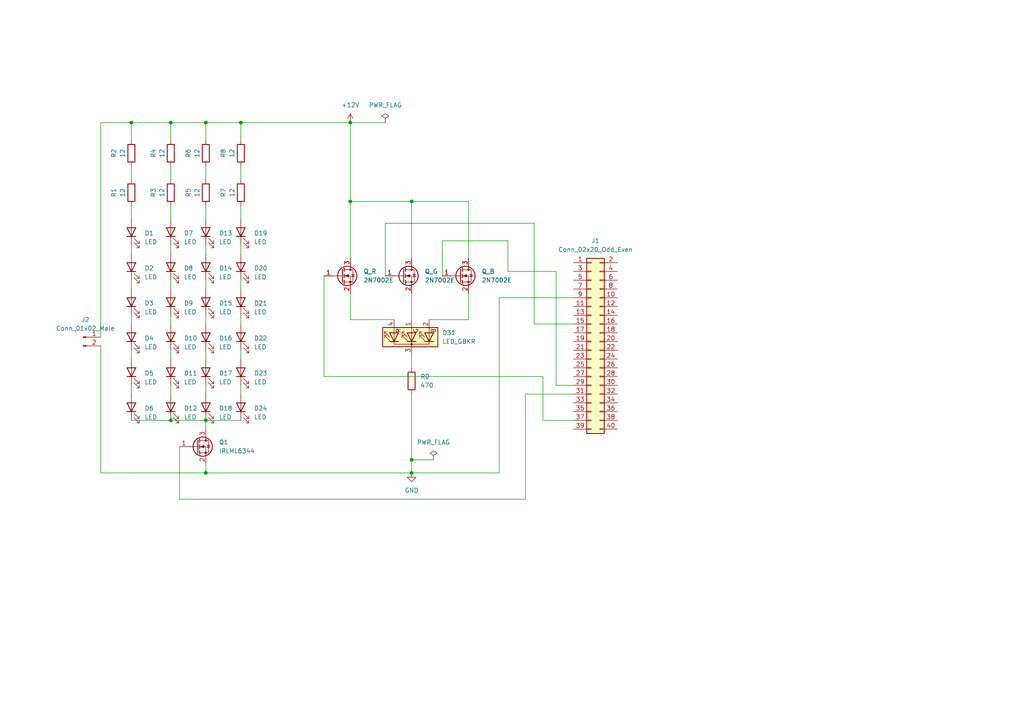
<source format=kicad_sch>
(kicad_sch (version 20211123) (generator eeschema)
  (paper "A4")
  (lib_symbols
    (symbol "Connector:Conn_01x02_Male" (pin_names (offset 1.016) hide)
      (property "Reference" "J" (at 0 2.54 0))
      (property "Value" "Conn_01x02_Male" (at 0 -5.08 0))
      (symbol "Conn_01x02_Male_1_1"
        (polyline (pts (xy 1.27 -2.54) (xy 0.8636 -2.54)) (stroke (width 0.1524)))
        (polyline (pts (xy 1.27 0) (xy 0.8636 0)) (stroke (width 0.1524)))
        (rectangle (start 0.8636 -2.413) (end 0 -2.667) (stroke (width 0.1524)) (fill (type outline)))
        (rectangle (start 0.8636 0.127) (end 0 -0.127) (stroke (width 0.1524)) (fill (type outline)))
        (pin passive line (at 5.08 0 180) (length 3.81) (name "Pin_1") (number "1"))
        (pin passive line (at 5.08 -2.54 180) (length 3.81) (name "Pin_2") (number "2"))
      )
    )
    (symbol "Connector_Generic:Conn_02x20_Odd_Even" (pin_names (offset 1.016) hide)
      (property "Reference" "J" (at 1.27 25.4 0))
      (property "Value" "Conn_02x20_Odd_Even" (at 1.27 -27.94 0))
      (symbol "Conn_02x20_Odd_Even_1_1"
        (rectangle (start -1.27 -25.273) (end 0 -25.527) (stroke (width 0.1524)))
        (rectangle (start -1.27 -22.733) (end 0 -22.987) (stroke (width 0.1524)))
        (rectangle (start -1.27 -20.193) (end 0 -20.447) (stroke (width 0.1524)))
        (rectangle (start -1.27 -17.653) (end 0 -17.907) (stroke (width 0.1524)))
        (rectangle (start -1.27 -15.113) (end 0 -15.367) (stroke (width 0.1524)))
        (rectangle (start -1.27 -12.573) (end 0 -12.827) (stroke (width 0.1524)))
        (rectangle (start -1.27 -10.033) (end 0 -10.287) (stroke (width 0.1524)))
        (rectangle (start -1.27 -7.493) (end 0 -7.747) (stroke (width 0.1524)))
        (rectangle (start -1.27 -4.953) (end 0 -5.207) (stroke (width 0.1524)))
        (rectangle (start -1.27 -2.413) (end 0 -2.667) (stroke (width 0.1524)))
        (rectangle (start -1.27 0.127) (end 0 -0.127) (stroke (width 0.1524)))
        (rectangle (start -1.27 2.667) (end 0 2.413) (stroke (width 0.1524)))
        (rectangle (start -1.27 5.207) (end 0 4.953) (stroke (width 0.1524)))
        (rectangle (start -1.27 7.747) (end 0 7.493) (stroke (width 0.1524)))
        (rectangle (start -1.27 10.287) (end 0 10.033) (stroke (width 0.1524)))
        (rectangle (start -1.27 12.827) (end 0 12.573) (stroke (width 0.1524)))
        (rectangle (start -1.27 15.367) (end 0 15.113) (stroke (width 0.1524)))
        (rectangle (start -1.27 17.907) (end 0 17.653) (stroke (width 0.1524)))
        (rectangle (start -1.27 20.447) (end 0 20.193) (stroke (width 0.1524)))
        (rectangle (start -1.27 22.987) (end 0 22.733) (stroke (width 0.1524)))
        (rectangle (start -1.27 24.13) (end 3.81 -26.67) (stroke (width 0.254)) (fill (type background)))
        (rectangle (start 3.81 -25.273) (end 2.54 -25.527) (stroke (width 0.1524)))
        (rectangle (start 3.81 -22.733) (end 2.54 -22.987) (stroke (width 0.1524)))
        (rectangle (start 3.81 -20.193) (end 2.54 -20.447) (stroke (width 0.1524)))
        (rectangle (start 3.81 -17.653) (end 2.54 -17.907) (stroke (width 0.1524)))
        (rectangle (start 3.81 -15.113) (end 2.54 -15.367) (stroke (width 0.1524)))
        (rectangle (start 3.81 -12.573) (end 2.54 -12.827) (stroke (width 0.1524)))
        (rectangle (start 3.81 -10.033) (end 2.54 -10.287) (stroke (width 0.1524)))
        (rectangle (start 3.81 -7.493) (end 2.54 -7.747) (stroke (width 0.1524)))
        (rectangle (start 3.81 -4.953) (end 2.54 -5.207) (stroke (width 0.1524)))
        (rectangle (start 3.81 -2.413) (end 2.54 -2.667) (stroke (width 0.1524)))
        (rectangle (start 3.81 0.127) (end 2.54 -0.127) (stroke (width 0.1524)))
        (rectangle (start 3.81 2.667) (end 2.54 2.413) (stroke (width 0.1524)))
        (rectangle (start 3.81 5.207) (end 2.54 4.953) (stroke (width 0.1524)))
        (rectangle (start 3.81 7.747) (end 2.54 7.493) (stroke (width 0.1524)))
        (rectangle (start 3.81 10.287) (end 2.54 10.033) (stroke (width 0.1524)))
        (rectangle (start 3.81 12.827) (end 2.54 12.573) (stroke (width 0.1524)))
        (rectangle (start 3.81 15.367) (end 2.54 15.113) (stroke (width 0.1524)))
        (rectangle (start 3.81 17.907) (end 2.54 17.653) (stroke (width 0.1524)))
        (rectangle (start 3.81 20.447) (end 2.54 20.193) (stroke (width 0.1524)))
        (rectangle (start 3.81 22.987) (end 2.54 22.733) (stroke (width 0.1524)))
        (pin passive line (at -5.08 22.86 0) (length 3.81) (name "Pin_1") (number "1"))
        (pin passive line (at 7.62 12.7 180) (length 3.81) (name "Pin_10") (number "10"))
        (pin passive line (at -5.08 10.16 0) (length 3.81) (name "Pin_11") (number "11"))
        (pin passive line (at 7.62 10.16 180) (length 3.81) (name "Pin_12") (number "12"))
        (pin passive line (at -5.08 7.62 0) (length 3.81) (name "Pin_13") (number "13"))
        (pin passive line (at 7.62 7.62 180) (length 3.81) (name "Pin_14") (number "14"))
        (pin passive line (at -5.08 5.08 0) (length 3.81) (name "Pin_15") (number "15"))
        (pin passive line (at 7.62 5.08 180) (length 3.81) (name "Pin_16") (number "16"))
        (pin passive line (at -5.08 2.54 0) (length 3.81) (name "Pin_17") (number "17"))
        (pin passive line (at 7.62 2.54 180) (length 3.81) (name "Pin_18") (number "18"))
        (pin passive line (at -5.08 0 0) (length 3.81) (name "Pin_19") (number "19"))
        (pin passive line (at 7.62 22.86 180) (length 3.81) (name "Pin_2") (number "2"))
        (pin passive line (at 7.62 0 180) (length 3.81) (name "Pin_20") (number "20"))
        (pin passive line (at -5.08 -2.54 0) (length 3.81) (name "Pin_21") (number "21"))
        (pin passive line (at 7.62 -2.54 180) (length 3.81) (name "Pin_22") (number "22"))
        (pin passive line (at -5.08 -5.08 0) (length 3.81) (name "Pin_23") (number "23"))
        (pin passive line (at 7.62 -5.08 180) (length 3.81) (name "Pin_24") (number "24"))
        (pin passive line (at -5.08 -7.62 0) (length 3.81) (name "Pin_25") (number "25"))
        (pin passive line (at 7.62 -7.62 180) (length 3.81) (name "Pin_26") (number "26"))
        (pin passive line (at -5.08 -10.16 0) (length 3.81) (name "Pin_27") (number "27"))
        (pin passive line (at 7.62 -10.16 180) (length 3.81) (name "Pin_28") (number "28"))
        (pin passive line (at -5.08 -12.7 0) (length 3.81) (name "Pin_29") (number "29"))
        (pin passive line (at -5.08 20.32 0) (length 3.81) (name "Pin_3") (number "3"))
        (pin passive line (at 7.62 -12.7 180) (length 3.81) (name "Pin_30") (number "30"))
        (pin passive line (at -5.08 -15.24 0) (length 3.81) (name "Pin_31") (number "31"))
        (pin passive line (at 7.62 -15.24 180) (length 3.81) (name "Pin_32") (number "32"))
        (pin passive line (at -5.08 -17.78 0) (length 3.81) (name "Pin_33") (number "33"))
        (pin passive line (at 7.62 -17.78 180) (length 3.81) (name "Pin_34") (number "34"))
        (pin passive line (at -5.08 -20.32 0) (length 3.81) (name "Pin_35") (number "35"))
        (pin passive line (at 7.62 -20.32 180) (length 3.81) (name "Pin_36") (number "36"))
        (pin passive line (at -5.08 -22.86 0) (length 3.81) (name "Pin_37") (number "37"))
        (pin passive line (at 7.62 -22.86 180) (length 3.81) (name "Pin_38") (number "38"))
        (pin passive line (at -5.08 -25.4 0) (length 3.81) (name "Pin_39") (number "39"))
        (pin passive line (at 7.62 20.32 180) (length 3.81) (name "Pin_4") (number "4"))
        (pin passive line (at 7.62 -25.4 180) (length 3.81) (name "Pin_40") (number "40"))
        (pin passive line (at -5.08 17.78 0) (length 3.81) (name "Pin_5") (number "5"))
        (pin passive line (at 7.62 17.78 180) (length 3.81) (name "Pin_6") (number "6"))
        (pin passive line (at -5.08 15.24 0) (length 3.81) (name "Pin_7") (number "7"))
        (pin passive line (at 7.62 15.24 180) (length 3.81) (name "Pin_8") (number "8"))
        (pin passive line (at -5.08 12.7 0) (length 3.81) (name "Pin_9") (number "9"))
      )
    )
    (symbol "Device:LED" (pin_numbers hide) (pin_names (offset 1.016) hide)
      (property "Reference" "D" (at 0 2.54 0))
      (property "Value" "LED" (at 0 -2.54 0))
      (symbol "LED_0_1"
        (polyline (pts (xy -1.27 -1.27) (xy -1.27 1.27)) (stroke (width 0.254)))
        (polyline (pts (xy -1.27 0) (xy 1.27 0)))
        (polyline (pts (xy 1.27 -1.27) (xy 1.27 1.27) (xy -1.27 0) (xy 1.27 -1.27)) (stroke (width 0.254)))
        (polyline (pts (xy -3.048 -0.762) (xy -4.572 -2.286) (xy -3.81 -2.286) (xy -4.572 -2.286) (xy -4.572 -1.524)))
        (polyline (pts (xy -1.778 -0.762) (xy -3.302 -2.286) (xy -2.54 -2.286) (xy -3.302 -2.286) (xy -3.302 -1.524)))
      )
      (symbol "LED_1_1"
        (pin passive line (at -3.81 0 0) (length 2.54) (name "K") (number "1"))
        (pin passive line (at 3.81 0 180) (length 2.54) (name "A") (number "2"))
      )
    )
    (symbol "Device:LED_GBKR" (pin_names (offset 0) hide)
      (property "Reference" "D" (at 0 9.398 0))
      (property "Value" "LED_GBKR" (at 0 -8.89 0))
      (symbol "LED_GBKR_0_0"
        (text "B" (at 1.905 -6.35 0) (effects (font (size 1.27 1.27))))
        (text "G" (at 1.905 -1.27 0) (effects (font (size 1.27 1.27))))
        (text "R" (at 1.905 3.81 0) (effects (font (size 1.27 1.27))))
      )
      (symbol "LED_GBKR_0_1"
        (circle (center -2.032 0) (radius 0.254) (fill (type outline)))
        (polyline (pts (xy -1.27 -5.08) (xy 1.27 -5.08)))
        (polyline (pts (xy -1.27 -3.81) (xy -1.27 -6.35)) (stroke (width 0.254)))
        (polyline (pts (xy -1.27 0) (xy -2.54 0)))
        (polyline (pts (xy -1.27 1.27) (xy -1.27 -1.27)) (stroke (width 0.254)))
        (polyline (pts (xy -1.27 5.08) (xy 1.27 5.08)))
        (polyline (pts (xy -1.27 6.35) (xy -1.27 3.81)) (stroke (width 0.254)))
        (polyline (pts (xy 1.27 -5.08) (xy 2.54 -5.08)))
        (polyline (pts (xy 1.27 0) (xy -1.27 0)))
        (polyline (pts (xy 1.27 0) (xy 2.54 0)))
        (polyline (pts (xy 1.27 5.08) (xy 2.54 5.08)))
        (polyline (pts (xy -1.27 1.27) (xy -1.27 -1.27) (xy -1.27 -1.27)))
        (polyline (pts (xy -1.27 6.35) (xy -1.27 3.81) (xy -1.27 3.81)))
        (polyline (pts (xy -1.27 5.08) (xy -2.032 5.08) (xy -2.032 -5.08) (xy -1.016 -5.08)))
        (polyline (pts (xy 1.27 -3.81) (xy 1.27 -6.35) (xy -1.27 -5.08) (xy 1.27 -3.81)) (stroke (width 0.254)))
        (polyline (pts (xy 1.27 1.27) (xy 1.27 -1.27) (xy -1.27 0) (xy 1.27 1.27)) (stroke (width 0.254)))
        (polyline (pts (xy 1.27 6.35) (xy 1.27 3.81) (xy -1.27 5.08) (xy 1.27 6.35)) (stroke (width 0.254)))
        (polyline (pts (xy -1.016 -3.81) (xy 0.508 -2.286) (xy -0.254 -2.286) (xy 0.508 -2.286) (xy 0.508 -3.048)))
        (polyline (pts (xy -1.016 1.27) (xy 0.508 2.794) (xy -0.254 2.794) (xy 0.508 2.794) (xy 0.508 2.032)))
        (polyline (pts (xy -1.016 6.35) (xy 0.508 7.874) (xy -0.254 7.874) (xy 0.508 7.874) (xy 0.508 7.112)))
        (polyline (pts (xy 0 -3.81) (xy 1.524 -2.286) (xy 0.762 -2.286) (xy 1.524 -2.286) (xy 1.524 -3.048)))
        (polyline (pts (xy 0 1.27) (xy 1.524 2.794) (xy 0.762 2.794) (xy 1.524 2.794) (xy 1.524 2.032)))
        (polyline (pts (xy 0 6.35) (xy 1.524 7.874) (xy 0.762 7.874) (xy 1.524 7.874) (xy 1.524 7.112)))
        (rectangle (start 1.27 -1.27) (end 1.27 1.27))
        (rectangle (start 1.27 1.27) (end 1.27 1.27))
        (rectangle (start 1.27 3.81) (end 1.27 6.35))
        (rectangle (start 1.27 6.35) (end 1.27 6.35))
        (rectangle (start 2.794 8.382) (end -2.794 -7.62) (stroke (width 0.254)) (fill (type background)))
      )
      (symbol "LED_GBKR_1_1"
        (pin passive line (at 5.08 0 180) (length 2.54) (name "GA") (number "1"))
        (pin passive line (at 5.08 -5.08 180) (length 2.54) (name "BA") (number "2"))
        (pin passive line (at -5.08 0 0) (length 2.54) (name "K") (number "3"))
        (pin passive line (at 5.08 5.08 180) (length 2.54) (name "RA") (number "4"))
      )
    )
    (symbol "Device:R" (pin_numbers hide) (pin_names (offset 0))
      (property "Reference" "R" (at 2.032 0 90))
      (property "Value" "R" (at 0 0 90))
      (symbol "R_0_1"
        (rectangle (start -1.016 -2.54) (end 1.016 2.54) (stroke (width 0.254)))
      )
      (symbol "R_1_1"
        (pin passive line (at 0 3.81 270) (length 1.27) (name "~") (number "1"))
        (pin passive line (at 0 -3.81 90) (length 1.27) (name "~") (number "2"))
      )
    )
    (symbol "Transistor_FET:2N7002E" (pin_names hide)
      (property "Reference" "Q" (at 5.08 1.905 0))
      (property "Value" "2N7002E" (at 5.08 0 0))
      (symbol "2N7002E_0_1"
        (polyline (pts (xy 0.254 0) (xy -2.54 0)))
        (polyline (pts (xy 0.254 1.905) (xy 0.254 -1.905)) (stroke (width 0.254)))
        (polyline (pts (xy 0.762 -1.27) (xy 0.762 -2.286)) (stroke (width 0.254)))
        (polyline (pts (xy 0.762 0.508) (xy 0.762 -0.508)) (stroke (width 0.254)))
        (polyline (pts (xy 0.762 2.286) (xy 0.762 1.27)) (stroke (width 0.254)))
        (polyline (pts (xy 2.54 2.54) (xy 2.54 1.778)))
        (polyline (pts (xy 2.54 -2.54) (xy 2.54 0) (xy 0.762 0)))
        (polyline (pts (xy 0.762 -1.778) (xy 3.302 -1.778) (xy 3.302 1.778) (xy 0.762 1.778)))
        (polyline (pts (xy 1.016 0) (xy 2.032 0.381) (xy 2.032 -0.381) (xy 1.016 0)) (fill (type outline)))
        (polyline (pts (xy 2.794 0.508) (xy 2.921 0.381) (xy 3.683 0.381) (xy 3.81 0.254)))
        (polyline (pts (xy 3.302 0.381) (xy 2.921 -0.254) (xy 3.683 -0.254) (xy 3.302 0.381)))
        (circle (center 1.651 0) (radius 2.794) (stroke (width 0.254)))
        (circle (center 2.54 -1.778) (radius 0.254) (fill (type outline)))
        (circle (center 2.54 1.778) (radius 0.254) (fill (type outline)))
      )
      (symbol "2N7002E_1_1"
        (pin input line (at -5.08 0 0) (length 2.54) (name "G") (number "1"))
        (pin passive line (at 2.54 -5.08 90) (length 2.54) (name "S") (number "2"))
        (pin passive line (at 2.54 5.08 270) (length 2.54) (name "D") (number "3"))
      )
    )
    (symbol "power:+12V" (power) (pin_names (offset 0))
      (property "Value" "+12V" (at 0 3.556 0))
      (symbol "+12V_0_1"
        (polyline (pts (xy -0.762 1.27) (xy 0 2.54)))
        (polyline (pts (xy 0 0) (xy 0 2.54)))
        (polyline (pts (xy 0 2.54) (xy 0.762 1.27)))
      )
      (symbol "+12V_1_1"
        (pin power_in line (at 0 0 90) (length 0) hide (name "+12V") (number "1"))
      )
    )
    (symbol "power:GND" (power) (pin_names (offset 0))
      (property "Value" "GND" (at 0 -3.81 0))
      (symbol "GND_0_1"
        (polyline (pts (xy 0 0) (xy 0 -1.27) (xy 1.27 -1.27) (xy 0 -2.54) (xy -1.27 -1.27) (xy 0 -1.27)))
      )
      (symbol "GND_1_1"
        (pin power_in line (at 0 0 270) (length 0) hide (name "GND") (number "1"))
      )
    )
    (symbol "power:PWR_FLAG" (power) (pin_numbers hide) (pin_names (offset 0) hide)
      (property "Value" "PWR_FLAG" (at 0 3.81 0))
      (symbol "PWR_FLAG_0_0"
        (pin power_out line (at 0 0 90) (length 0) (name "pwr") (number "1"))
      )
      (symbol "PWR_FLAG_0_1"
        (polyline (pts (xy 0 0) (xy 0 1.27) (xy -1.016 1.905) (xy 0 2.54) (xy 1.016 1.905) (xy 0 1.27)))
      )
    )
  )
  (junction (at 38.1 35.56))
  (junction (at 119.38 137.16))
  (junction (at 119.38 133.35))
  (junction (at 119.38 58.42))
  (junction (at 101.6 58.42))
  (junction (at 49.53 121.92))
  (junction (at 59.69 137.16))
  (junction (at 101.6 35.56))
  (junction (at 59.69 35.56))
  (junction (at 49.53 35.56))
  (junction (at 69.85 35.56))
  (junction (at 59.69 121.92))
  (wire (pts (xy 59.69 35.56) (xy 59.69 40.64)))
  (wire (pts (xy 69.85 35.56) (xy 69.85 40.64)))
  (wire (pts (xy 69.85 101.6) (xy 69.85 104.14)))
  (wire (pts (xy 59.69 111.76) (xy 59.69 114.3)))
  (wire (pts (xy 93.98 109.22) (xy 157.48 109.22)))
  (wire (pts (xy 69.85 59.69) (xy 69.85 63.5)))
  (wire (pts (xy 59.69 134.62) (xy 59.69 137.16)))
  (wire (pts (xy 59.69 48.26) (xy 59.69 52.07)))
  (wire (pts (xy 119.38 58.42) (xy 119.38 74.93)))
  (wire (pts (xy 49.53 35.56) (xy 59.69 35.56)))
  (wire (pts (xy 59.69 35.56) (xy 69.85 35.56)))
  (wire (pts (xy 29.21 137.16) (xy 59.69 137.16)))
  (wire (pts (xy 38.1 91.44) (xy 38.1 93.98)))
  (wire (pts (xy 101.6 35.56) (xy 111.76 35.56)))
  (wire (pts (xy 59.69 59.69) (xy 59.69 63.5)))
  (wire (pts (xy 29.21 100.33) (xy 29.21 137.16)))
  (wire (pts (xy 59.69 124.46) (xy 59.69 121.92)))
  (wire (pts (xy 152.4 114.3) (xy 166.37 114.3)))
  (wire (pts (xy 119.38 133.35) (xy 119.38 137.16)))
  (wire (pts (xy 93.98 109.22) (xy 93.98 80.01)))
  (wire (pts (xy 38.1 35.56) (xy 49.53 35.56)))
  (wire (pts (xy 144.78 137.16) (xy 119.38 137.16)))
  (wire (pts (xy 119.38 58.42) (xy 135.89 58.42)))
  (wire (pts (xy 119.38 114.3) (xy 119.38 133.35)))
  (wire (pts (xy 49.53 48.26) (xy 49.53 52.07)))
  (wire (pts (xy 111.76 64.77) (xy 154.94 64.77)))
  (wire (pts (xy 49.53 81.28) (xy 49.53 83.82)))
  (wire (pts (xy 119.38 85.09) (xy 119.38 92.71)))
  (wire (pts (xy 157.48 121.92) (xy 166.37 121.92)))
  (wire (pts (xy 135.89 92.71) (xy 124.46 92.71)))
  (wire (pts (xy 101.6 85.09) (xy 101.6 92.71)))
  (wire (pts (xy 147.32 78.74) (xy 147.32 69.85)))
  (wire (pts (xy 38.1 59.69) (xy 38.1 63.5)))
  (wire (pts (xy 38.1 111.76) (xy 38.1 114.3)))
  (wire (pts (xy 166.37 86.36) (xy 144.78 86.36)))
  (wire (pts (xy 49.53 71.12) (xy 49.53 73.66)))
  (wire (pts (xy 59.69 81.28) (xy 59.69 83.82)))
  (wire (pts (xy 154.94 64.77) (xy 154.94 93.98)))
  (wire (pts (xy 38.1 35.56) (xy 29.21 35.56)))
  (wire (pts (xy 147.32 78.74) (xy 161.29 78.74)))
  (wire (pts (xy 69.85 71.12) (xy 69.85 73.66)))
  (wire (pts (xy 101.6 58.42) (xy 119.38 58.42)))
  (wire (pts (xy 152.4 144.78) (xy 152.4 114.3)))
  (wire (pts (xy 154.94 93.98) (xy 166.37 93.98)))
  (wire (pts (xy 147.32 69.85) (xy 128.27 69.85)))
  (wire (pts (xy 49.53 111.76) (xy 49.53 114.3)))
  (wire (pts (xy 59.69 137.16) (xy 119.38 137.16)))
  (wire (pts (xy 125.73 133.35) (xy 119.38 133.35)))
  (wire (pts (xy 29.21 35.56) (xy 29.21 97.79)))
  (wire (pts (xy 69.85 35.56) (xy 101.6 35.56)))
  (wire (pts (xy 49.53 40.64) (xy 49.53 35.56)))
  (wire (pts (xy 59.69 91.44) (xy 59.69 93.98)))
  (wire (pts (xy 38.1 71.12) (xy 38.1 73.66)))
  (wire (pts (xy 38.1 81.28) (xy 38.1 83.82)))
  (wire (pts (xy 69.85 91.44) (xy 69.85 93.98)))
  (wire (pts (xy 144.78 86.36) (xy 144.78 137.16)))
  (wire (pts (xy 38.1 35.56) (xy 38.1 40.64)))
  (wire (pts (xy 52.07 144.78) (xy 152.4 144.78)))
  (wire (pts (xy 69.85 48.26) (xy 69.85 52.07)))
  (wire (pts (xy 161.29 111.76) (xy 166.37 111.76)))
  (wire (pts (xy 128.27 69.85) (xy 128.27 80.01)))
  (wire (pts (xy 59.69 101.6) (xy 59.69 104.14)))
  (wire (pts (xy 135.89 85.09) (xy 135.89 92.71)))
  (wire (pts (xy 49.53 121.92) (xy 59.69 121.92)))
  (wire (pts (xy 49.53 59.69) (xy 49.53 63.5)))
  (wire (pts (xy 101.6 35.56) (xy 101.6 58.42)))
  (wire (pts (xy 157.48 109.22) (xy 157.48 121.92)))
  (wire (pts (xy 111.76 80.01) (xy 111.76 64.77)))
  (wire (pts (xy 69.85 81.28) (xy 69.85 83.82)))
  (wire (pts (xy 38.1 48.26) (xy 38.1 52.07)))
  (wire (pts (xy 69.85 111.76) (xy 69.85 114.3)))
  (wire (pts (xy 119.38 102.87) (xy 119.38 106.68)))
  (wire (pts (xy 38.1 101.6) (xy 38.1 104.14)))
  (wire (pts (xy 49.53 101.6) (xy 49.53 104.14)))
  (wire (pts (xy 59.69 121.92) (xy 69.85 121.92)))
  (wire (pts (xy 101.6 92.71) (xy 114.3 92.71)))
  (wire (pts (xy 59.69 71.12) (xy 59.69 73.66)))
  (wire (pts (xy 49.53 91.44) (xy 49.53 93.98)))
  (wire (pts (xy 101.6 58.42) (xy 101.6 74.93)))
  (wire (pts (xy 52.07 129.54) (xy 52.07 144.78)))
  (wire (pts (xy 38.1 121.92) (xy 49.53 121.92)))
  (wire (pts (xy 161.29 78.74) (xy 161.29 111.76)))
  (wire (pts (xy 135.89 58.42) (xy 135.89 74.93)))
  (symbol (lib_id "power:PWR_FLAG") (at 111.76 35.56 0) (unit 1)
    (property "Reference" "#FLG0101" (effects hide))
    (property "Value" "PWR_FLAG" (at 111.76 30.48 0))
  )
  (symbol (lib_id "Device:LED") (at 49.53 118.11 90) (unit 1)
    (property "Reference" "D12" (at 53.34 118.4274 90) (effects (justify right)))
    (property "Value" "LED" (at 53.34 120.9674 90) (effects (justify right)))
    (property "Footprint" "LED_SMD:LED_PLCC_2835_Handsoldering" (effects hide))
  )
  (symbol (lib_id "Device:R") (at 59.69 55.88 180) (unit 1)
    (property "Reference" "R5" (at 54.61 55.88 90))
    (property "Value" "12" (at 57.15 55.88 90))
    (property "Footprint" "Resistor_THT:R_Axial_DIN0207_L6.3mm_D2.5mm_P7.62mm_Horizontal" (effects hide))
  )
  (symbol (lib_id "Device:LED") (at 49.53 97.79 90) (unit 1)
    (property "Reference" "D10" (at 53.34 98.1074 90) (effects (justify right)))
    (property "Value" "LED" (at 53.34 100.6474 90) (effects (justify right)))
    (property "Footprint" "LED_SMD:LED_PLCC_2835_Handsoldering" (effects hide))
  )
  (symbol (lib_id "Device:LED") (at 49.53 77.47 90) (unit 1)
    (property "Reference" "D8" (at 53.34 77.7874 90) (effects (justify right)))
    (property "Value" "LED" (at 53.34 80.3274 90) (effects (justify right)))
    (property "Footprint" "LED_SMD:LED_PLCC_2835_Handsoldering" (effects hide))
  )
  (symbol (lib_id "Device:R") (at 69.85 55.88 180) (unit 1)
    (property "Reference" "R7" (at 64.77 55.88 90))
    (property "Value" "12" (at 67.31 55.88 90))
    (property "Footprint" "Resistor_THT:R_Axial_DIN0207_L6.3mm_D2.5mm_P7.62mm_Horizontal" (effects hide))
  )
  (symbol (lib_id "Device:LED") (at 69.85 87.63 90) (unit 1)
    (property "Reference" "D21" (at 73.66 87.9474 90) (effects (justify right)))
    (property "Value" "LED" (at 73.66 90.4874 90) (effects (justify right)))
    (property "Footprint" "LED_SMD:LED_PLCC_2835_Handsoldering" (effects hide))
  )
  (symbol (lib_id "Device:LED_GBKR") (at 119.38 97.79 90) (unit 1)
    (property "Reference" "D31" (at 128.27 96.5199 90) (effects (justify right)))
    (property "Value" "LED_GBKR" (at 128.27 99.0599 90) (effects (justify right)))
    (property "Footprint" "LED_THT:LED_D5.0mm-4_RGB_Staggered_Pins" (effects hide))
  )
  (symbol (lib_id "Connector_Generic:Conn_02x20_Odd_Even") (at 171.45 99.06 0) (unit 1)
    (property "Reference" "J1" (at 172.72 69.85 0))
    (property "Value" "Conn_02x20_Odd_Even" (at 172.72 72.39 0))
    (property "Footprint" "Connector_PinSocket_2.54mm:PinSocket_2x20_P2.54mm_Vertical" (effects hide))
  )
  (symbol (lib_id "power:GND") (at 119.38 137.16 0) (unit 1)
    (property "Reference" "#PWR0101" (effects hide))
    (property "Value" "GND" (at 119.38 142.24 0))
  )
  (symbol (lib_id "Connector:Conn_01x02_Male") (at 24.13 97.79 0) (unit 1)
    (property "Reference" "J2" (at 24.765 92.71 0))
    (property "Value" "Conn_01x02_Male" (at 24.765 95.25 0))
    (property "Footprint" "Connector_PinHeader_2.54mm:PinHeader_1x02_P2.54mm_Horizontal" (effects hide))
  )
  (symbol (lib_id "Device:R") (at 38.1 55.88 180) (unit 1)
    (property "Reference" "R1" (at 33.02 55.88 90))
    (property "Value" "12" (at 35.56 55.88 90))
    (property "Footprint" "Resistor_THT:R_Axial_DIN0207_L6.3mm_D2.5mm_P7.62mm_Horizontal" (effects hide))
  )
  (symbol (lib_id "Device:LED") (at 69.85 97.79 90) (unit 1)
    (property "Reference" "D22" (at 73.66 98.1074 90) (effects (justify right)))
    (property "Value" "LED" (at 73.66 100.6474 90) (effects (justify right)))
    (property "Footprint" "LED_SMD:LED_PLCC_2835_Handsoldering" (effects hide))
  )
  (symbol (lib_id "Device:LED") (at 69.85 107.95 90) (unit 1)
    (property "Reference" "D23" (at 73.66 108.2674 90) (effects (justify right)))
    (property "Value" "LED" (at 73.66 110.8074 90) (effects (justify right)))
    (property "Footprint" "LED_SMD:LED_PLCC_2835_Handsoldering" (effects hide))
  )
  (symbol (lib_id "Device:LED") (at 38.1 118.11 90) (unit 1)
    (property "Reference" "D6" (at 41.91 118.4274 90) (effects (justify right)))
    (property "Value" "LED" (at 41.91 120.9674 90) (effects (justify right)))
    (property "Footprint" "LED_SMD:LED_PLCC_2835_Handsoldering" (effects hide))
  )
  (symbol (lib_id "power:+12V") (at 101.6 35.56 0) (unit 1)
    (property "Reference" "#PWR0102" (effects hide))
    (property "Value" "+12V" (at 101.6 30.48 0))
  )
  (symbol (lib_id "Device:LED") (at 59.69 107.95 90) (unit 1)
    (property "Reference" "D17" (at 63.5 108.2674 90) (effects (justify right)))
    (property "Value" "LED" (at 63.5 110.8074 90) (effects (justify right)))
    (property "Footprint" "LED_SMD:LED_PLCC_2835_Handsoldering" (effects hide))
  )
  (symbol (lib_id "Device:LED") (at 38.1 67.31 90) (unit 1)
    (property "Reference" "D1" (at 41.91 67.6274 90) (effects (justify right)))
    (property "Value" "LED" (at 41.91 70.1674 90) (effects (justify right)))
    (property "Footprint" "LED_SMD:LED_PLCC_2835_Handsoldering" (effects hide))
  )
  (symbol (lib_id "Device:R") (at 49.53 55.88 180) (unit 1)
    (property "Reference" "R3" (at 44.45 55.88 90))
    (property "Value" "12" (at 46.99 55.88 90))
    (property "Footprint" "Resistor_THT:R_Axial_DIN0207_L6.3mm_D2.5mm_P7.62mm_Horizontal" (effects hide))
  )
  (symbol (lib_id "Device:LED") (at 59.69 77.47 90) (unit 1)
    (property "Reference" "D14" (at 63.5 77.7874 90) (effects (justify right)))
    (property "Value" "LED" (at 63.5 80.3274 90) (effects (justify right)))
    (property "Footprint" "LED_SMD:LED_PLCC_2835_Handsoldering" (effects hide))
  )
  (symbol (lib_id "Device:LED") (at 38.1 77.47 90) (unit 1)
    (property "Reference" "D2" (at 41.91 77.7874 90) (effects (justify right)))
    (property "Value" "LED" (at 41.91 80.3274 90) (effects (justify right)))
    (property "Footprint" "LED_SMD:LED_PLCC_2835_Handsoldering" (effects hide))
  )
  (symbol (lib_id "Device:LED") (at 59.69 97.79 90) (unit 1)
    (property "Reference" "D16" (at 63.5 98.1074 90) (effects (justify right)))
    (property "Value" "LED" (at 63.5 100.6474 90) (effects (justify right)))
    (property "Footprint" "LED_SMD:LED_PLCC_2835_Handsoldering" (effects hide))
  )
  (symbol (lib_id "Transistor_FET:2N7002E") (at 116.84 80.01 0) (unit 1)
    (property "Reference" "Q_G" (at 123.19 78.7399 0) (effects (justify left)))
    (property "Value" "2N7002E" (at 123.19 81.2799 0) (effects (justify left)))
    (property "Footprint" "Package_TO_SOT_SMD:SOT-23" (effects hide))
    (property "Datasheet" "http://www.diodes.com/assets/Datasheets/ds30376.pdf" (effects hide))
  )
  (symbol (lib_id "Transistor_FET:2N7002E") (at 133.35 80.01 0) (unit 1)
    (property "Reference" "Q_B" (at 139.7 78.7399 0) (effects (justify left)))
    (property "Value" "2N7002E" (at 139.7 81.2799 0) (effects (justify left)))
    (property "Footprint" "Package_TO_SOT_SMD:SOT-23" (effects hide))
    (property "Datasheet" "http://www.diodes.com/assets/Datasheets/ds30376.pdf" (effects hide))
  )
  (symbol (lib_id "Device:LED") (at 49.53 67.31 90) (unit 1)
    (property "Reference" "D7" (at 53.34 67.6274 90) (effects (justify right)))
    (property "Value" "LED" (at 53.34 70.1674 90) (effects (justify right)))
    (property "Footprint" "LED_SMD:LED_PLCC_2835_Handsoldering" (effects hide))
  )
  (symbol (lib_id "power:PWR_FLAG") (at 125.73 133.35 0) (unit 1)
    (property "Reference" "#FLG0102" (effects hide))
    (property "Value" "PWR_FLAG" (at 125.73 128.27 0))
  )
  (symbol (lib_id "Device:LED") (at 59.69 118.11 90) (unit 1)
    (property "Reference" "D18" (at 63.5 118.4274 90) (effects (justify right)))
    (property "Value" "LED" (at 63.5 120.9674 90) (effects (justify right)))
    (property "Footprint" "LED_SMD:LED_PLCC_2835_Handsoldering" (effects hide))
  )
  (symbol (lib_id "Transistor_FET:2N7002E") (at 99.06 80.01 0) (unit 1)
    (property "Reference" "Q_R" (at 105.41 78.7399 0) (effects (justify left)))
    (property "Value" "2N7002E" (at 105.41 81.2799 0) (effects (justify left)))
    (property "Footprint" "Package_TO_SOT_SMD:SOT-23" (effects hide))
    (property "Datasheet" "http://www.diodes.com/assets/Datasheets/ds30376.pdf" (effects hide))
  )
  (symbol (lib_id "Device:R") (at 49.53 44.45 180) (unit 1)
    (property "Reference" "R4" (at 44.45 44.45 90))
    (property "Value" "12" (at 46.99 44.45 90))
    (property "Footprint" "Resistor_THT:R_Axial_DIN0207_L6.3mm_D2.5mm_P7.62mm_Horizontal" (effects hide))
  )
  (symbol (lib_id "Device:LED") (at 69.85 77.47 90) (unit 1)
    (property "Reference" "D20" (at 73.66 77.7874 90) (effects (justify right)))
    (property "Value" "LED" (at 73.66 80.3274 90) (effects (justify right)))
    (property "Footprint" "LED_SMD:LED_PLCC_2835_Handsoldering" (effects hide))
  )
  (symbol (lib_id "Device:LED") (at 69.85 67.31 90) (unit 1)
    (property "Reference" "D19" (at 73.66 67.6274 90) (effects (justify right)))
    (property "Value" "LED" (at 73.66 70.1674 90) (effects (justify right)))
    (property "Footprint" "LED_SMD:LED_PLCC_2835_Handsoldering" (effects hide))
  )
  (symbol (lib_id "Device:LED") (at 59.69 87.63 90) (unit 1)
    (property "Reference" "D15" (at 63.5 87.9474 90) (effects (justify right)))
    (property "Value" "LED" (at 63.5 90.4874 90) (effects (justify right)))
    (property "Footprint" "LED_SMD:LED_PLCC_2835_Handsoldering" (effects hide))
  )
  (symbol (lib_id "Device:R") (at 119.38 110.49 0) (unit 1)
    (property "Reference" "R0" (at 121.92 109.2199 0) (effects (justify left)))
    (property "Value" "470" (at 121.92 111.7599 0) (effects (justify left)))
    (property "Footprint" "Resistor_THT:R_Axial_DIN0207_L6.3mm_D2.5mm_P7.62mm_Horizontal" (effects hide))
  )
  (symbol (lib_id "Device:R") (at 59.69 44.45 180) (unit 1)
    (property "Reference" "R6" (at 54.61 44.45 90))
    (property "Value" "12" (at 57.15 44.45 90))
    (property "Footprint" "Resistor_THT:R_Axial_DIN0207_L6.3mm_D2.5mm_P7.62mm_Horizontal" (effects hide))
  )
  (symbol (lib_id "Device:LED") (at 69.85 118.11 90) (unit 1)
    (property "Reference" "D24" (at 73.66 118.4274 90) (effects (justify right)))
    (property "Value" "LED" (at 73.66 120.9674 90) (effects (justify right)))
    (property "Footprint" "LED_SMD:LED_PLCC_2835_Handsoldering" (effects hide))
  )
  (symbol (lib_id "Device:LED") (at 38.1 87.63 90) (unit 1)
    (property "Reference" "D3" (at 41.91 87.9474 90) (effects (justify right)))
    (property "Value" "LED" (at 41.91 90.4874 90) (effects (justify right)))
    (property "Footprint" "LED_SMD:LED_PLCC_2835_Handsoldering" (effects hide))
  )
  (symbol (lib_id "Device:R") (at 38.1 44.45 180) (unit 1)
    (property "Reference" "R2" (at 33.02 44.45 90))
    (property "Value" "12" (at 35.56 44.45 90))
    (property "Footprint" "Resistor_THT:R_Axial_DIN0207_L6.3mm_D2.5mm_P7.62mm_Horizontal" (effects hide))
  )
  (symbol (lib_id "Device:LED") (at 38.1 107.95 90) (unit 1)
    (property "Reference" "D5" (at 41.91 108.2674 90) (effects (justify right)))
    (property "Value" "LED" (at 41.91 110.8074 90) (effects (justify right)))
    (property "Footprint" "LED_SMD:LED_PLCC_2835_Handsoldering" (effects hide))
  )
  (symbol (lib_id "Transistor_FET:2N7002E") (at 57.15 129.54 0) (unit 1)
    (property "Reference" "Q1" (at 63.5 128.2699 0) (effects (justify left)))
    (property "Value" "IRLML6344" (at 63.5 130.8099 0) (effects (justify left)))
    (property "Footprint" "Package_TO_SOT_SMD:SOT-23" (effects hide))
    (property "Datasheet" "http://www.diodes.com/assets/Datasheets/ds30376.pdf" (effects hide))
  )
  (symbol (lib_id "Device:LED") (at 49.53 107.95 90) (unit 1)
    (property "Reference" "D11" (at 53.34 108.2674 90) (effects (justify right)))
    (property "Value" "LED" (at 53.34 110.8074 90) (effects (justify right)))
    (property "Footprint" "LED_SMD:LED_PLCC_2835_Handsoldering" (effects hide))
  )
  (symbol (lib_id "Device:R") (at 69.85 44.45 180) (unit 1)
    (property "Reference" "R8" (at 64.77 44.45 90))
    (property "Value" "12" (at 67.31 44.45 90))
    (property "Footprint" "Resistor_THT:R_Axial_DIN0207_L6.3mm_D2.5mm_P7.62mm_Horizontal" (effects hide))
  )
  (symbol (lib_id "Device:LED") (at 38.1 97.79 90) (unit 1)
    (property "Reference" "D4" (at 41.91 98.1074 90) (effects (justify right)))
    (property "Value" "LED" (at 41.91 100.6474 90) (effects (justify right)))
    (property "Footprint" "LED_SMD:LED_PLCC_2835_Handsoldering" (effects hide))
  )
  (symbol (lib_id "Device:LED") (at 49.53 87.63 90) (unit 1)
    (property "Reference" "D9" (at 53.34 87.9474 90) (effects (justify right)))
    (property "Value" "LED" (at 53.34 90.4874 90) (effects (justify right)))
    (property "Footprint" "LED_SMD:LED_PLCC_2835_Handsoldering" (effects hide))
  )
  (symbol (lib_id "Device:LED") (at 59.69 67.31 90) (unit 1)
    (property "Reference" "D13" (at 63.5 67.6274 90) (effects (justify right)))
    (property "Value" "LED" (at 63.5 70.1674 90) (effects (justify right)))
    (property "Footprint" "LED_SMD:LED_PLCC_2835_Handsoldering" (effects hide))
  )
)
</source>
